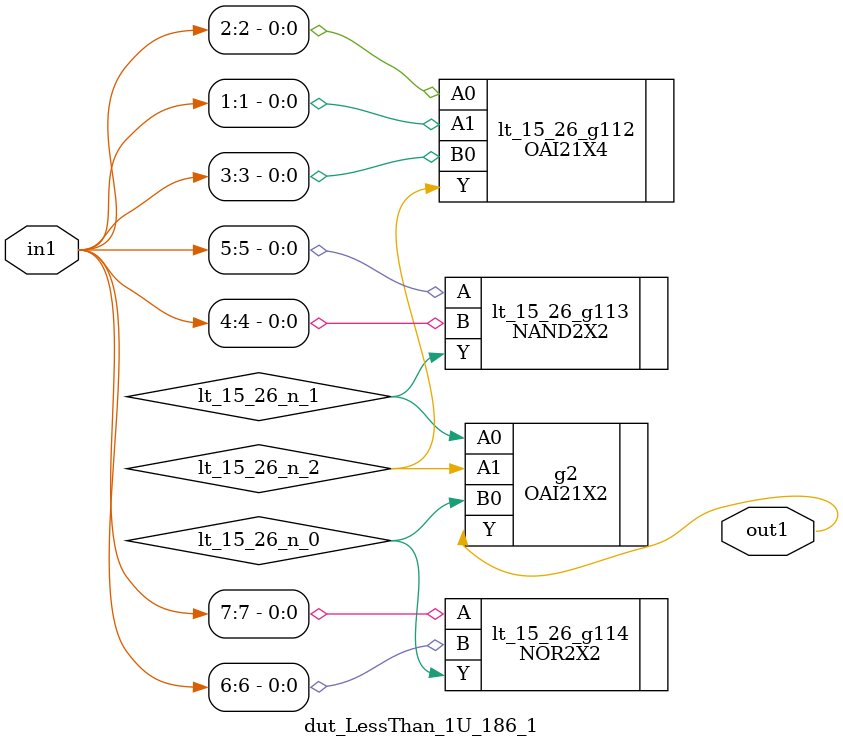
<source format=v>
`timescale 1ps / 1ps


module dut_LessThan_1U_186_1(in1, out1);
  input [7:0] in1;
  output out1;
  wire [7:0] in1;
  wire out1;
  wire lt_15_26_n_0, lt_15_26_n_1, lt_15_26_n_2;
  OAI21X4 lt_15_26_g112(.A0 (in1[2]), .A1 (in1[1]), .B0 (in1[3]), .Y
       (lt_15_26_n_2));
  NAND2X2 lt_15_26_g113(.A (in1[5]), .B (in1[4]), .Y (lt_15_26_n_1));
  NOR2X2 lt_15_26_g114(.A (in1[7]), .B (in1[6]), .Y (lt_15_26_n_0));
  OAI21X2 g2(.A0 (lt_15_26_n_1), .A1 (lt_15_26_n_2), .B0
       (lt_15_26_n_0), .Y (out1));
endmodule



</source>
